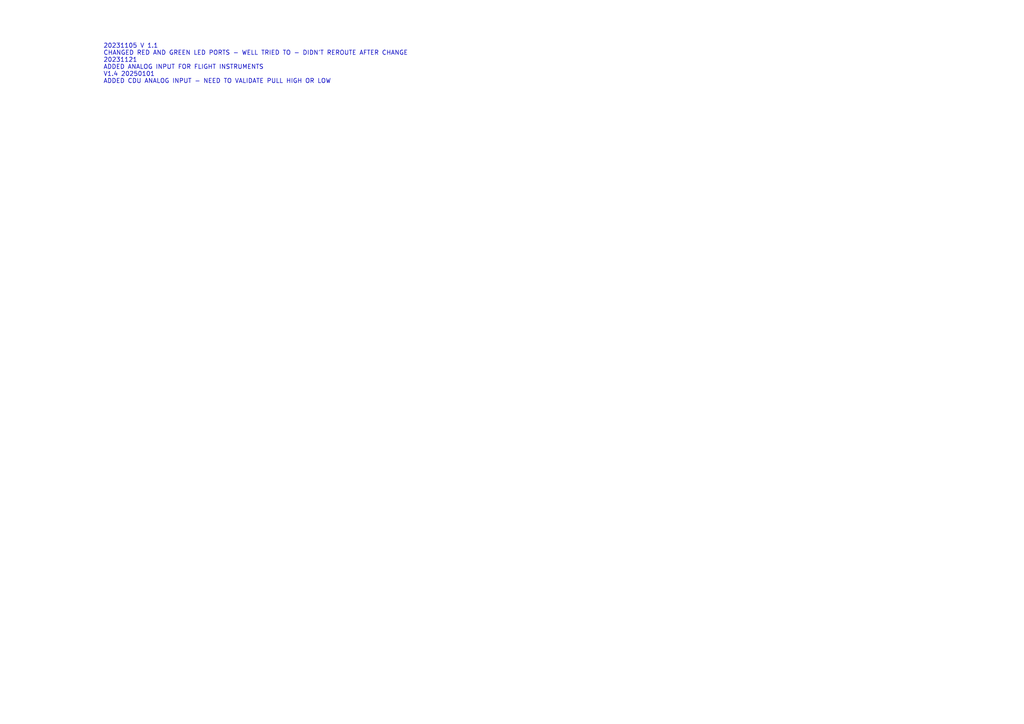
<source format=kicad_sch>
(kicad_sch
	(version 20231120)
	(generator "eeschema")
	(generator_version "8.0")
	(uuid "6f205adc-a031-4084-8570-16cab315e329")
	(paper "A4")
	(lib_symbols)
	(text "20231105 V 1.1\nCHANGED RED AND GREEN LED PORTS - WELL TRIED TO - DIDN'T REROUTE AFTER CHANGE\n20231121\nADDED ANALOG INPUT FOR FLIGHT INSTRUMENTS\nV1.4 20250101\nADDED CDU ANALOG INPUT - NEED TO VALIDATE PULL HIGH OR LOW\n"
		(exclude_from_sim no)
		(at 29.972 24.384 0)
		(effects
			(font
				(size 1.27 1.27)
			)
			(justify left bottom)
		)
		(uuid "ba1113ce-b02b-467d-9982-8141674be441")
	)
)

</source>
